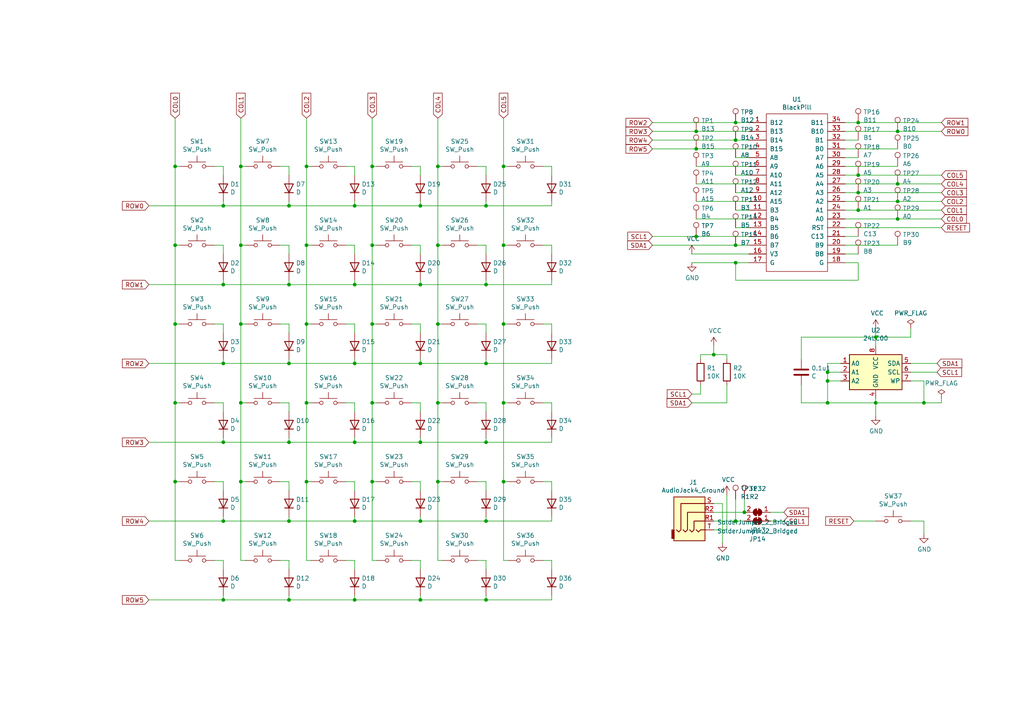
<source format=kicad_sch>
(kicad_sch (version 20230121) (generator eeschema)
  (paper "A4")
  (junction (at 102.87 105.41))
  (junction (at 121.92 173.99))
  (junction (at 146.05 116.84))
  (junction (at 88.9 116.84))
  (junction (at 102.87 82.55))
  (junction (at 69.85 71.12))
  (junction (at 146.05 139.7))
  (junction (at 88.9 139.7))
  (junction (at 83.82 82.55))
  (junction (at 213.36 40.64))
  (junction (at 260.35 63.5))
  (junction (at 64.77 173.99))
  (junction (at 50.8 139.7))
  (junction (at 260.35 58.42))
  (junction (at 121.92 59.69))
  (junction (at 260.35 38.1))
  (junction (at 64.77 59.69))
  (junction (at 83.82 151.13))
  (junction (at 248.92 35.56))
  (junction (at 248.92 50.8))
  (junction (at 213.36 76.2))
  (junction (at 127 116.84))
  (junction (at 140.97 82.55))
  (junction (at 201.93 68.58))
  (junction (at 140.97 105.41))
  (junction (at 88.9 48.26))
  (junction (at 50.8 93.98))
  (junction (at 50.8 71.12))
  (junction (at 83.82 128.27))
  (junction (at 254 116.84))
  (junction (at 64.77 151.13))
  (junction (at 240.03 107.95))
  (junction (at 69.85 139.7))
  (junction (at 121.92 128.27))
  (junction (at 207.01 102.87))
  (junction (at 146.05 93.98))
  (junction (at 201.93 38.1))
  (junction (at 127 48.26))
  (junction (at 140.97 151.13))
  (junction (at 140.97 173.99))
  (junction (at 146.05 71.12))
  (junction (at 107.95 139.7))
  (junction (at 140.97 128.27))
  (junction (at 240.03 116.84))
  (junction (at 64.77 82.55))
  (junction (at 127 139.7))
  (junction (at 50.8 116.84))
  (junction (at 107.95 71.12))
  (junction (at 127 93.98))
  (junction (at 107.95 48.26))
  (junction (at 260.35 53.34))
  (junction (at 102.87 151.13))
  (junction (at 107.95 116.84))
  (junction (at 83.82 173.99))
  (junction (at 248.92 55.88))
  (junction (at 107.95 93.98))
  (junction (at 254 97.79))
  (junction (at 88.9 93.98))
  (junction (at 88.9 71.12))
  (junction (at 215.9 148.59))
  (junction (at 50.8 48.26))
  (junction (at 213.36 71.12))
  (junction (at 121.92 82.55))
  (junction (at 102.87 59.69))
  (junction (at 140.97 59.69))
  (junction (at 121.92 151.13))
  (junction (at 69.85 116.84))
  (junction (at 102.87 128.27))
  (junction (at 240.03 110.49))
  (junction (at 267.97 116.84))
  (junction (at 146.05 48.26))
  (junction (at 213.36 151.13))
  (junction (at 201.93 43.18))
  (junction (at 69.85 48.26))
  (junction (at 69.85 93.98))
  (junction (at 127 71.12))
  (junction (at 248.92 60.96))
  (junction (at 213.36 35.56))
  (junction (at 64.77 105.41))
  (junction (at 121.92 105.41))
  (junction (at 83.82 105.41))
  (junction (at 102.87 173.99))
  (junction (at 64.77 128.27))
  (junction (at 83.82 59.69))
  (wire (pts (xy 100.33 162.56) (xy 102.87 162.56)))
  (wire (pts (xy 240.03 110.49) (xy 240.03 116.84)))
  (wire (pts (xy 83.82 59.69) (xy 102.87 59.69)))
  (wire (pts (xy 127 139.7) (xy 127 162.56)))
  (wire (pts (xy 121.92 82.55) (xy 140.97 82.55)))
  (wire (pts (xy 209.55 146.05) (xy 209.55 157.48)))
  (wire (pts (xy 189.23 43.18) (xy 201.93 43.18)))
  (wire (pts (xy 64.77 59.69) (xy 64.77 58.42)))
  (wire (pts (xy 69.85 93.98) (xy 69.85 116.84)))
  (wire (pts (xy 50.8 116.84) (xy 50.8 139.7)))
  (wire (pts (xy 160.02 48.26) (xy 160.02 50.8)))
  (wire (pts (xy 157.48 162.56) (xy 160.02 162.56)))
  (wire (pts (xy 83.82 173.99) (xy 83.82 172.72)))
  (wire (pts (xy 245.11 45.72) (xy 248.92 45.72)))
  (wire (pts (xy 83.82 93.98) (xy 83.82 96.52)))
  (wire (pts (xy 213.36 151.13) (xy 215.9 151.13)))
  (wire (pts (xy 121.92 128.27) (xy 121.92 127)))
  (wire (pts (xy 121.92 105.41) (xy 140.97 105.41)))
  (wire (pts (xy 100.33 71.12) (xy 102.87 71.12)))
  (wire (pts (xy 140.97 128.27) (xy 160.02 128.27)))
  (wire (pts (xy 64.77 139.7) (xy 64.77 142.24)))
  (wire (pts (xy 69.85 71.12) (xy 71.12 71.12)))
  (wire (pts (xy 245.11 66.04) (xy 273.05 66.04)))
  (wire (pts (xy 213.36 50.8) (xy 217.17 50.8)))
  (wire (pts (xy 102.87 173.99) (xy 102.87 172.72)))
  (wire (pts (xy 146.05 34.29) (xy 146.05 48.26)))
  (wire (pts (xy 189.23 68.58) (xy 201.93 68.58)))
  (wire (pts (xy 50.8 71.12) (xy 52.07 71.12)))
  (wire (pts (xy 146.05 139.7) (xy 146.05 162.56)))
  (wire (pts (xy 273.05 116.84) (xy 267.97 116.84)))
  (wire (pts (xy 210.82 102.87) (xy 210.82 104.14)))
  (wire (pts (xy 69.85 34.29) (xy 69.85 48.26)))
  (wire (pts (xy 64.77 128.27) (xy 64.77 127)))
  (wire (pts (xy 210.82 153.67) (xy 210.82 143.51)))
  (wire (pts (xy 102.87 139.7) (xy 102.87 142.24)))
  (wire (pts (xy 160.02 128.27) (xy 160.02 127)))
  (wire (pts (xy 102.87 105.41) (xy 121.92 105.41)))
  (wire (pts (xy 264.16 95.25) (xy 264.16 97.79)))
  (wire (pts (xy 107.95 48.26) (xy 107.95 71.12)))
  (wire (pts (xy 240.03 107.95) (xy 243.84 107.95)))
  (wire (pts (xy 83.82 82.55) (xy 102.87 82.55)))
  (wire (pts (xy 243.84 105.41) (xy 240.03 105.41)))
  (wire (pts (xy 83.82 139.7) (xy 83.82 142.24)))
  (wire (pts (xy 50.8 93.98) (xy 50.8 116.84)))
  (wire (pts (xy 83.82 105.41) (xy 83.82 104.14)))
  (wire (pts (xy 210.82 116.84) (xy 210.82 111.76)))
  (wire (pts (xy 50.8 116.84) (xy 52.07 116.84)))
  (wire (pts (xy 254 97.79) (xy 254 100.33)))
  (wire (pts (xy 88.9 34.29) (xy 88.9 48.26)))
  (wire (pts (xy 107.95 34.29) (xy 107.95 48.26)))
  (wire (pts (xy 267.97 151.13) (xy 267.97 154.94)))
  (wire (pts (xy 260.35 63.5) (xy 273.05 63.5)))
  (wire (pts (xy 121.92 116.84) (xy 121.92 119.38)))
  (wire (pts (xy 127 71.12) (xy 127 93.98)))
  (wire (pts (xy 146.05 162.56) (xy 147.32 162.56)))
  (wire (pts (xy 62.23 93.98) (xy 64.77 93.98)))
  (wire (pts (xy 107.95 139.7) (xy 107.95 162.56)))
  (wire (pts (xy 64.77 48.26) (xy 64.77 50.8)))
  (wire (pts (xy 254 116.84) (xy 254 120.65)))
  (wire (pts (xy 240.03 105.41) (xy 240.03 107.95)))
  (wire (pts (xy 64.77 173.99) (xy 64.77 172.72)))
  (wire (pts (xy 213.36 66.04) (xy 217.17 66.04)))
  (wire (pts (xy 88.9 162.56) (xy 90.17 162.56)))
  (wire (pts (xy 140.97 173.99) (xy 160.02 173.99)))
  (wire (pts (xy 245.11 53.34) (xy 260.35 53.34)))
  (wire (pts (xy 64.77 105.41) (xy 64.77 104.14)))
  (wire (pts (xy 102.87 71.12) (xy 102.87 73.66)))
  (wire (pts (xy 189.23 35.56) (xy 213.36 35.56)))
  (wire (pts (xy 213.36 45.72) (xy 217.17 45.72)))
  (wire (pts (xy 160.02 59.69) (xy 160.02 58.42)))
  (wire (pts (xy 88.9 116.84) (xy 88.9 139.7)))
  (wire (pts (xy 83.82 151.13) (xy 83.82 149.86)))
  (wire (pts (xy 217.17 71.12) (xy 213.36 71.12)))
  (wire (pts (xy 213.36 60.96) (xy 217.17 60.96)))
  (wire (pts (xy 207.01 151.13) (xy 213.36 151.13)))
  (wire (pts (xy 88.9 71.12) (xy 90.17 71.12)))
  (wire (pts (xy 107.95 71.12) (xy 107.95 93.98)))
  (wire (pts (xy 146.05 93.98) (xy 147.32 93.98)))
  (wire (pts (xy 232.41 97.79) (xy 254 97.79)))
  (wire (pts (xy 138.43 139.7) (xy 140.97 139.7)))
  (wire (pts (xy 64.77 162.56) (xy 64.77 165.1)))
  (wire (pts (xy 50.8 139.7) (xy 52.07 139.7)))
  (wire (pts (xy 245.11 43.18) (xy 260.35 43.18)))
  (wire (pts (xy 201.93 63.5) (xy 217.17 63.5)))
  (wire (pts (xy 121.92 139.7) (xy 121.92 142.24)))
  (wire (pts (xy 245.11 35.56) (xy 248.92 35.56)))
  (wire (pts (xy 50.8 48.26) (xy 50.8 71.12)))
  (wire (pts (xy 102.87 128.27) (xy 121.92 128.27)))
  (wire (pts (xy 201.93 53.34) (xy 217.17 53.34)))
  (wire (pts (xy 146.05 93.98) (xy 146.05 116.84)))
  (wire (pts (xy 119.38 48.26) (xy 121.92 48.26)))
  (wire (pts (xy 157.48 48.26) (xy 160.02 48.26)))
  (wire (pts (xy 88.9 93.98) (xy 90.17 93.98)))
  (wire (pts (xy 245.11 50.8) (xy 248.92 50.8)))
  (wire (pts (xy 245.11 58.42) (xy 260.35 58.42)))
  (wire (pts (xy 81.28 116.84) (xy 83.82 116.84)))
  (wire (pts (xy 248.92 60.96) (xy 273.05 60.96)))
  (wire (pts (xy 121.92 162.56) (xy 121.92 165.1)))
  (wire (pts (xy 88.9 48.26) (xy 90.17 48.26)))
  (wire (pts (xy 245.11 73.66) (xy 248.92 73.66)))
  (wire (pts (xy 43.18 82.55) (xy 64.77 82.55)))
  (wire (pts (xy 121.92 128.27) (xy 140.97 128.27)))
  (wire (pts (xy 240.03 107.95) (xy 240.03 110.49)))
  (wire (pts (xy 64.77 105.41) (xy 83.82 105.41)))
  (wire (pts (xy 64.77 82.55) (xy 83.82 82.55)))
  (wire (pts (xy 138.43 116.84) (xy 140.97 116.84)))
  (wire (pts (xy 254 116.84) (xy 267.97 116.84)))
  (wire (pts (xy 264.16 107.95) (xy 271.78 107.95)))
  (wire (pts (xy 107.95 93.98) (xy 109.22 93.98)))
  (wire (pts (xy 119.38 71.12) (xy 121.92 71.12)))
  (wire (pts (xy 140.97 59.69) (xy 140.97 58.42)))
  (wire (pts (xy 140.97 116.84) (xy 140.97 119.38)))
  (wire (pts (xy 140.97 59.69) (xy 160.02 59.69)))
  (wire (pts (xy 121.92 48.26) (xy 121.92 50.8)))
  (wire (pts (xy 127 162.56) (xy 128.27 162.56)))
  (wire (pts (xy 127 139.7) (xy 128.27 139.7)))
  (wire (pts (xy 100.33 139.7) (xy 102.87 139.7)))
  (wire (pts (xy 83.82 48.26) (xy 83.82 50.8)))
  (wire (pts (xy 83.82 82.55) (xy 83.82 81.28)))
  (wire (pts (xy 140.97 105.41) (xy 160.02 105.41)))
  (wire (pts (xy 146.05 116.84) (xy 146.05 139.7)))
  (wire (pts (xy 157.48 93.98) (xy 160.02 93.98)))
  (wire (pts (xy 64.77 59.69) (xy 83.82 59.69)))
  (wire (pts (xy 140.97 151.13) (xy 140.97 149.86)))
  (wire (pts (xy 81.28 48.26) (xy 83.82 48.26)))
  (wire (pts (xy 69.85 139.7) (xy 69.85 162.56)))
  (wire (pts (xy 254 115.57) (xy 254 116.84)))
  (wire (pts (xy 107.95 139.7) (xy 109.22 139.7)))
  (wire (pts (xy 245.11 71.12) (xy 260.35 71.12)))
  (wire (pts (xy 43.18 105.41) (xy 64.77 105.41)))
  (wire (pts (xy 245.11 68.58) (xy 248.92 68.58)))
  (wire (pts (xy 64.77 71.12) (xy 64.77 73.66)))
  (wire (pts (xy 267.97 116.84) (xy 267.97 110.49)))
  (wire (pts (xy 43.18 151.13) (xy 64.77 151.13)))
  (wire (pts (xy 102.87 151.13) (xy 102.87 149.86)))
  (wire (pts (xy 146.05 48.26) (xy 147.32 48.26)))
  (wire (pts (xy 207.01 148.59) (xy 215.9 148.59)))
  (wire (pts (xy 189.23 71.12) (xy 213.36 71.12)))
  (wire (pts (xy 88.9 93.98) (xy 88.9 116.84)))
  (wire (pts (xy 201.93 38.1) (xy 217.17 38.1)))
  (wire (pts (xy 245.11 63.5) (xy 260.35 63.5)))
  (wire (pts (xy 69.85 116.84) (xy 71.12 116.84)))
  (wire (pts (xy 50.8 34.29) (xy 50.8 48.26)))
  (wire (pts (xy 83.82 128.27) (xy 83.82 127)))
  (wire (pts (xy 64.77 151.13) (xy 64.77 149.86)))
  (wire (pts (xy 88.9 139.7) (xy 90.17 139.7)))
  (wire (pts (xy 213.36 40.64) (xy 217.17 40.64)))
  (wire (pts (xy 43.18 59.69) (xy 64.77 59.69)))
  (wire (pts (xy 107.95 48.26) (xy 109.22 48.26)))
  (wire (pts (xy 245.11 40.64) (xy 248.92 40.64)))
  (wire (pts (xy 64.77 173.99) (xy 83.82 173.99)))
  (wire (pts (xy 160.02 151.13) (xy 160.02 149.86)))
  (wire (pts (xy 160.02 105.41) (xy 160.02 104.14)))
  (wire (pts (xy 64.77 128.27) (xy 83.82 128.27)))
  (wire (pts (xy 121.92 93.98) (xy 121.92 96.52)))
  (wire (pts (xy 207.01 153.67) (xy 210.82 153.67)))
  (wire (pts (xy 69.85 71.12) (xy 69.85 93.98)))
  (wire (pts (xy 245.11 60.96) (xy 248.92 60.96)))
  (wire (pts (xy 140.97 71.12) (xy 140.97 73.66)))
  (wire (pts (xy 140.97 82.55) (xy 140.97 81.28)))
  (wire (pts (xy 81.28 139.7) (xy 83.82 139.7)))
  (wire (pts (xy 100.33 93.98) (xy 102.87 93.98)))
  (wire (pts (xy 88.9 139.7) (xy 88.9 162.56)))
  (wire (pts (xy 83.82 105.41) (xy 102.87 105.41)))
  (wire (pts (xy 102.87 48.26) (xy 102.87 50.8)))
  (wire (pts (xy 160.02 82.55) (xy 160.02 81.28)))
  (wire (pts (xy 160.02 71.12) (xy 160.02 73.66)))
  (wire (pts (xy 43.18 173.99) (xy 64.77 173.99)))
  (wire (pts (xy 64.77 151.13) (xy 83.82 151.13)))
  (wire (pts (xy 254 95.25) (xy 254 97.79)))
  (wire (pts (xy 107.95 116.84) (xy 107.95 139.7)))
  (wire (pts (xy 146.05 116.84) (xy 147.32 116.84)))
  (wire (pts (xy 140.97 162.56) (xy 140.97 165.1)))
  (wire (pts (xy 248.92 55.88) (xy 273.05 55.88)))
  (wire (pts (xy 223.52 148.59) (xy 227.33 148.59)))
  (wire (pts (xy 69.85 48.26) (xy 69.85 71.12)))
  (wire (pts (xy 102.87 151.13) (xy 121.92 151.13)))
  (wire (pts (xy 127 116.84) (xy 127 139.7)))
  (wire (pts (xy 200.66 114.3) (xy 203.2 114.3)))
  (wire (pts (xy 247.65 151.13) (xy 254 151.13)))
  (wire (pts (xy 138.43 71.12) (xy 140.97 71.12)))
  (wire (pts (xy 140.97 151.13) (xy 160.02 151.13)))
  (wire (pts (xy 127 93.98) (xy 128.27 93.98)))
  (wire (pts (xy 160.02 139.7) (xy 160.02 142.24)))
  (wire (pts (xy 160.02 162.56) (xy 160.02 165.1)))
  (wire (pts (xy 69.85 116.84) (xy 69.85 139.7)))
  (wire (pts (xy 69.85 93.98) (xy 71.12 93.98)))
  (wire (pts (xy 232.41 116.84) (xy 240.03 116.84)))
  (wire (pts (xy 83.82 173.99) (xy 102.87 173.99)))
  (wire (pts (xy 62.23 71.12) (xy 64.77 71.12)))
  (wire (pts (xy 207.01 146.05) (xy 209.55 146.05)))
  (wire (pts (xy 121.92 105.41) (xy 121.92 104.14)))
  (wire (pts (xy 50.8 162.56) (xy 52.07 162.56)))
  (wire (pts (xy 223.52 151.13) (xy 227.33 151.13)))
  (wire (pts (xy 62.23 48.26) (xy 64.77 48.26)))
  (wire (pts (xy 260.35 38.1) (xy 273.05 38.1)))
  (wire (pts (xy 121.92 173.99) (xy 121.92 172.72)))
  (wire (pts (xy 200.66 116.84) (xy 210.82 116.84)))
  (wire (pts (xy 138.43 48.26) (xy 140.97 48.26)))
  (wire (pts (xy 107.95 116.84) (xy 109.22 116.84)))
  (wire (pts (xy 121.92 173.99) (xy 140.97 173.99)))
  (wire (pts (xy 127 116.84) (xy 128.27 116.84)))
  (wire (pts (xy 248.92 35.56) (xy 273.05 35.56)))
  (wire (pts (xy 102.87 128.27) (xy 102.87 127)))
  (wire (pts (xy 121.92 71.12) (xy 121.92 73.66)))
  (wire (pts (xy 83.82 151.13) (xy 102.87 151.13)))
  (wire (pts (xy 138.43 162.56) (xy 140.97 162.56)))
  (wire (pts (xy 127 71.12) (xy 128.27 71.12)))
  (wire (pts (xy 83.82 116.84) (xy 83.82 119.38)))
  (wire (pts (xy 107.95 162.56) (xy 109.22 162.56)))
  (wire (pts (xy 157.48 139.7) (xy 160.02 139.7)))
  (wire (pts (xy 119.38 162.56) (xy 121.92 162.56)))
  (wire (pts (xy 160.02 93.98) (xy 160.02 96.52)))
  (wire (pts (xy 50.8 48.26) (xy 52.07 48.26)))
  (wire (pts (xy 121.92 82.55) (xy 121.92 81.28)))
  (wire (pts (xy 88.9 71.12) (xy 88.9 93.98)))
  (wire (pts (xy 88.9 116.84) (xy 90.17 116.84)))
  (wire (pts (xy 64.77 82.55) (xy 64.77 81.28)))
  (wire (pts (xy 83.82 71.12) (xy 83.82 73.66)))
  (wire (pts (xy 140.97 105.41) (xy 140.97 104.14)))
  (wire (pts (xy 102.87 173.99) (xy 121.92 173.99)))
  (wire (pts (xy 201.93 58.42) (xy 217.17 58.42)))
  (wire (pts (xy 203.2 114.3) (xy 203.2 111.76)))
  (wire (pts (xy 213.36 76.2) (xy 217.17 76.2)))
  (wire (pts (xy 201.93 43.18) (xy 217.17 43.18)))
  (wire (pts (xy 127 48.26) (xy 128.27 48.26)))
  (wire (pts (xy 81.28 162.56) (xy 83.82 162.56)))
  (wire (pts (xy 102.87 162.56) (xy 102.87 165.1)))
  (wire (pts (xy 102.87 93.98) (xy 102.87 96.52)))
  (wire (pts (xy 50.8 71.12) (xy 50.8 93.98)))
  (wire (pts (xy 140.97 139.7) (xy 140.97 142.24)))
  (wire (pts (xy 50.8 93.98) (xy 52.07 93.98)))
  (wire (pts (xy 273.05 115.57) (xy 273.05 116.84)))
  (wire (pts (xy 260.35 58.42) (xy 273.05 58.42)))
  (wire (pts (xy 83.82 162.56) (xy 83.82 165.1)))
  (wire (pts (xy 127 34.29) (xy 127 48.26)))
  (wire (pts (xy 157.48 116.84) (xy 160.02 116.84)))
  (wire (pts (xy 102.87 82.55) (xy 102.87 81.28)))
  (wire (pts (xy 138.43 93.98) (xy 140.97 93.98)))
  (wire (pts (xy 121.92 59.69) (xy 140.97 59.69)))
  (wire (pts (xy 102.87 116.84) (xy 102.87 119.38)))
  (wire (pts (xy 245.11 48.26) (xy 260.35 48.26)))
  (wire (pts (xy 189.23 38.1) (xy 201.93 38.1)))
  (wire (pts (xy 102.87 105.41) (xy 102.87 104.14)))
  (wire (pts (xy 213.36 35.56) (xy 217.17 35.56)))
  (wire (pts (xy 203.2 102.87) (xy 207.01 102.87)))
  (wire (pts (xy 200.66 73.66) (xy 217.17 73.66)))
  (wire (pts (xy 140.97 173.99) (xy 140.97 172.72)))
  (wire (pts (xy 267.97 110.49) (xy 264.16 110.49)))
  (wire (pts (xy 248.92 50.8) (xy 273.05 50.8)))
  (wire (pts (xy 146.05 71.12) (xy 147.32 71.12)))
  (wire (pts (xy 62.23 162.56) (xy 64.77 162.56)))
  (wire (pts (xy 50.8 139.7) (xy 50.8 162.56)))
  (wire (pts (xy 102.87 59.69) (xy 121.92 59.69)))
  (wire (pts (xy 62.23 139.7) (xy 64.77 139.7)))
  (wire (pts (xy 140.97 128.27) (xy 140.97 127)))
  (wire (pts (xy 140.97 48.26) (xy 140.97 50.8)))
  (wire (pts (xy 88.9 48.26) (xy 88.9 71.12)))
  (wire (pts (xy 248.92 81.28) (xy 248.92 76.2)))
  (wire (pts (xy 245.11 38.1) (xy 260.35 38.1)))
  (wire (pts (xy 157.48 71.12) (xy 160.02 71.12)))
  (wire (pts (xy 140.97 93.98) (xy 140.97 96.52)))
  (wire (pts (xy 121.92 59.69) (xy 121.92 58.42)))
  (wire (pts (xy 146.05 71.12) (xy 146.05 93.98)))
  (wire (pts (xy 119.38 116.84) (xy 121.92 116.84)))
  (wire (pts (xy 83.82 59.69) (xy 83.82 58.42)))
  (wire (pts (xy 64.77 116.84) (xy 64.77 119.38)))
  (wire (pts (xy 102.87 59.69) (xy 102.87 58.42)))
  (wire (pts (xy 245.11 55.88) (xy 248.92 55.88)))
  (wire (pts (xy 81.28 71.12) (xy 83.82 71.12)))
  (wire (pts (xy 107.95 71.12) (xy 109.22 71.12)))
  (wire (pts (xy 240.03 110.49) (xy 243.84 110.49)))
  (wire (pts (xy 203.2 104.14) (xy 203.2 102.87)))
  (wire (pts (xy 264.16 105.41) (xy 271.78 105.41)))
  (wire (pts (xy 146.05 48.26) (xy 146.05 71.12)))
  (wire (pts (xy 121.92 151.13) (xy 121.92 149.86)))
  (wire (pts (xy 232.41 104.14) (xy 232.41 97.79)))
  (wire (pts (xy 213.36 55.88) (xy 217.17 55.88)))
  (wire (pts (xy 213.36 76.2) (xy 213.36 81.28)))
  (wire (pts (xy 64.77 93.98) (xy 64.77 96.52)))
  (wire (pts (xy 102.87 82.55) (xy 121.92 82.55)))
  (wire (pts (xy 264.16 97.79) (xy 254 97.79)))
  (wire (pts (xy 207.01 100.33) (xy 207.01 102.87)))
  (wire (pts (xy 43.18 128.27) (xy 64.77 128.27)))
  (wire (pts (xy 119.38 139.7) (xy 121.92 139.7)))
  (wire (pts (xy 240.03 116.84) (xy 254 116.84)))
  (wire (pts (xy 140.97 82.55) (xy 160.02 82.55)))
  (wire (pts (xy 62.23 116.84) (xy 64.77 116.84)))
  (wire (pts (xy 100.33 116.84) (xy 102.87 116.84)))
  (wire (pts (xy 248.92 76.2) (xy 245.11 76.2)))
  (wire (pts (xy 213.36 144.78) (xy 213.36 151.13)))
  (wire (pts (xy 189.23 40.64) (xy 213.36 40.64)))
  (wire (pts (xy 83.82 128.27) (xy 102.87 128.27)))
  (wire (pts (xy 81.28 93.98) (xy 83.82 93.98)))
  (wire (pts (xy 232.41 111.76) (xy 232.41 116.84)))
  (wire (pts (xy 69.85 139.7) (xy 71.12 139.7)))
  (wire (pts (xy 201.93 68.58) (xy 217.17 68.58)))
  (wire (pts (xy 160.02 116.84) (xy 160.02 119.38)))
  (wire (pts (xy 207.01 102.87) (xy 210.82 102.87)))
  (wire (pts (xy 69.85 162.56) (xy 71.12 162.56)))
  (wire (pts (xy 260.35 53.34) (xy 273.05 53.34)))
  (wire (pts (xy 119.38 93.98) (xy 121.92 93.98)))
  (wire (pts (xy 127 93.98) (xy 127 116.84)))
  (wire (pts (xy 146.05 139.7) (xy 147.32 139.7)))
  (wire (pts (xy 127 48.26) (xy 127 71.12)))
  (wire (pts (xy 69.85 48.26) (xy 71.12 48.26)))
  (wire (pts (xy 213.36 81.28) (xy 248.92 81.28)))
  (wire (pts (xy 215.9 144.78) (xy 215.9 148.59)))
  (wire (pts (xy 160.02 173.99) (xy 160.02 172.72)))
  (wire (pts (xy 264.16 151.13) (xy 267.97 151.13)))
  (wire (pts (xy 100.33 48.26) (xy 102.87 48.26)))
  (wire (pts (xy 201.93 48.26) (xy 217.17 48.26)))
  (wire (pts (xy 200.66 76.2) (xy 213.36 76.2)))
  (wire (pts (xy 107.95 93.98) (xy 107.95 116.84)))
  (wire (pts (xy 121.92 151.13) (xy 140.97 151.13)))
  (global_label "SCL1" (shape input) (at 227.33 151.13 0) (property "Intersheetrefs" "${INTERSHEET_REFS}" (effects hide)))
  (global_label "ROW2" (shape input) (at 189.23 35.56 180) (property "Intersheetrefs" "${INTERSHEET_REFS}" (effects hide)))
  (global_label "ROW2" (shape input) (at 43.18 105.41 180) (property "Intersheetrefs" "${INTERSHEET_REFS}" (effects hide)))
  (global_label "RESET" (shape input) (at 247.65 151.13 180) (property "Intersheetrefs" "${INTERSHEET_REFS}" (effects hide)))
  (global_label "SDA1" (shape input) (at 271.78 105.41 0) (property "Intersheetrefs" "${INTERSHEET_REFS}" (effects hide)))
  (global_label "ROW4" (shape input) (at 43.18 151.13 180) (property "Intersheetrefs" "${INTERSHEET_REFS}" (effects hide)))
  (global_label "ROW1" (shape input) (at 273.05 35.56 0) (property "Intersheetrefs" "${INTERSHEET_REFS}" (effects hide)))
  (global_label "ROW4" (shape input) (at 189.23 40.64 180) (property "Intersheetrefs" "${INTERSHEET_REFS}" (effects hide)))
  (global_label "ROW3" (shape input) (at 43.18 128.27 180) (property "Intersheetrefs" "${INTERSHEET_REFS}" (effects hide)))
  (global_label "ROW5" (shape input) (at 189.23 43.18 180) (property "Intersheetrefs" "${INTERSHEET_REFS}" (effects hide)))
  (global_label "SCL1" (shape input) (at 189.23 68.58 180) (property "Intersheetrefs" "${INTERSHEET_REFS}" (effects hide)))
  (global_label "COL3" (shape input) (at 107.95 34.29 90) (property "Intersheetrefs" "${INTERSHEET_REFS}" (effects hide)))
  (global_label "SDA1" (shape input) (at 227.33 148.59 0) (property "Intersheetrefs" "${INTERSHEET_REFS}" (effects hide)))
  (global_label "COL0" (shape input) (at 50.8 34.29 90) (property "Intersheetrefs" "${INTERSHEET_REFS}" (effects hide)))
  (global_label "COL3" (shape input) (at 273.05 55.88 0) (property "Intersheetrefs" "${INTERSHEET_REFS}" (effects hide)))
  (global_label "ROW3" (shape input) (at 189.23 38.1 180) (property "Intersheetrefs" "${INTERSHEET_REFS}" (effects hide)))
  (global_label "ROW1" (shape input) (at 43.18 82.55 180) (property "Intersheetrefs" "${INTERSHEET_REFS}" (effects hide)))
  (global_label "ROW0" (shape input) (at 43.18 59.69 180) (property "Intersheetrefs" "${INTERSHEET_REFS}" (effects hide)))
  (global_label "COL4" (shape input) (at 127 34.29 90) (property "Intersheetrefs" "${INTERSHEET_REFS}" (effects hide)))
  (global_label "RESET" (shape input) (at 273.05 66.04 0) (property "Intersheetrefs" "${INTERSHEET_REFS}" (effects hide)))
  (global_label "SCL1" (shape input) (at 271.78 107.95 0) (property "Intersheetrefs" "${INTERSHEET_REFS}" (effects hide)))
  (global_label "ROW0" (shape input) (at 273.05 38.1 0) (property "Intersheetrefs" "${INTERSHEET_REFS}" (effects hide)))
  (global_label "COL4" (shape input) (at 273.05 53.34 0) (property "Intersheetrefs" "${INTERSHEET_REFS}" (effects hide)))
  (global_label "COL0" (shape input) (at 273.05 63.5 0) (property "Intersheetrefs" "${INTERSHEET_REFS}" (effects hide)))
  (global_label "COL2" (shape input) (at 88.9 34.29 90) (property "Intersheetrefs" "${INTERSHEET_REFS}" (effects hide)))
  (global_label "COL2" (shape input) (at 273.05 58.42 0) (property "Intersheetrefs" "${INTERSHEET_REFS}" (effects hide)))
  (global_label "COL1" (shape input) (at 273.05 60.96 0) (property "Intersheetrefs" "${INTERSHEET_REFS}" (effects hide)))
  (global_label "SDA1" (shape input) (at 189.23 71.12 180) (property "Intersheetrefs" "${INTERSHEET_REFS}" (effects hide)))
  (global_label "SCL1" (shape input) (at 200.66 114.3 180) (property "Intersheetrefs" "${INTERSHEET_REFS}" (effects hide)))
  (global_label "COL5" (shape input) (at 273.05 50.8 0) (property "Intersheetrefs" "${INTERSHEET_REFS}" (effects hide)))
  (global_label "SDA1" (shape input) (at 200.66 116.84 180) (property "Intersheetrefs" "${INTERSHEET_REFS}" (effects hide)))
  (global_label "COL1" (shape input) (at 69.85 34.29 90) (property "Intersheetrefs" "${INTERSHEET_REFS}" (effects hide)))
  (global_label "ROW5" (shape input) (at 43.18 173.99 180) (property "Intersheetrefs" "${INTERSHEET_REFS}" (effects hide)))
  (global_label "COL5" (shape input) (at 146.05 34.29 90) (property "Intersheetrefs" "${INTERSHEET_REFS}" (effects hide)))
  (symbol (lib_id "pillcase36-rescue:BlackPill-pillcase36") (at 231.14 55.88 0) (unit 1)
    (property "Reference" "U1" (at 231.14 28.829 0))
    (property "Value" "BlackPill" (at 231.14 31.1404 0))
    (property "Footprint" "pillcase36:BlackPill" (effects hide))
  )
  (symbol (lib_id "Switch:SW_Push") (at 57.15 48.26 0) (unit 1)
    (property "Reference" "SW1" (at 57.15 41.021 0))
    (property "Value" "SW_Push" (at 57.15 43.3324 0))
    (property "Footprint" "pillcase36:key_switch_mx" (effects hide))
  )
  (symbol (lib_id "Device:D") (at 64.77 54.61 90) (unit 1)
    (property "Reference" "D1" (at 66.7766 53.4416 90) (effects (justify right)))
    (property "Value" "D" (at 66.7766 55.753 90) (effects (justify right)))
    (property "Footprint" "pillcase36:Diode_SMD_THT_N" (effects hide))
  )
  (symbol (lib_id "Switch:SW_Push") (at 76.2 48.26 0) (unit 1)
    (property "Reference" "SW7" (at 76.2 41.021 0))
    (property "Value" "SW_Push" (at 76.2 43.3324 0))
    (property "Footprint" "pillcase36:key_switch_mx" (effects hide))
  )
  (symbol (lib_id "Device:D") (at 83.82 54.61 90) (unit 1)
    (property "Reference" "D7" (at 85.8266 53.4416 90) (effects (justify right)))
    (property "Value" "D" (at 85.8266 55.753 90) (effects (justify right)))
    (property "Footprint" "pillcase36:Diode_SMD_THT_N" (effects hide))
  )
  (symbol (lib_id "Switch:SW_Push") (at 95.25 48.26 0) (unit 1)
    (property "Reference" "SW13" (at 95.25 41.021 0))
    (property "Value" "SW_Push" (at 95.25 43.3324 0))
    (property "Footprint" "pillcase36:key_switch_mx" (effects hide))
  )
  (symbol (lib_id "Device:D") (at 102.87 54.61 90) (unit 1)
    (property "Reference" "D13" (at 104.8766 53.4416 90) (effects (justify right)))
    (property "Value" "D" (at 104.8766 55.753 90) (effects (justify right)))
    (property "Footprint" "pillcase36:Diode_SMD_THT_N" (effects hide))
  )
  (symbol (lib_id "Switch:SW_Push") (at 114.3 48.26 0) (unit 1)
    (property "Reference" "SW19" (at 114.3 41.021 0))
    (property "Value" "SW_Push" (at 114.3 43.3324 0))
    (property "Footprint" "pillcase36:key_switch_mx" (effects hide))
  )
  (symbol (lib_id "Device:D") (at 121.92 54.61 90) (unit 1)
    (property "Reference" "D19" (at 123.9266 53.4416 90) (effects (justify right)))
    (property "Value" "D" (at 123.9266 55.753 90) (effects (justify right)))
    (property "Footprint" "pillcase36:Diode_SMD_THT_N" (effects hide))
  )
  (symbol (lib_id "Switch:SW_Push") (at 133.35 48.26 0) (unit 1)
    (property "Reference" "SW25" (at 133.35 41.021 0))
    (property "Value" "SW_Push" (at 133.35 43.3324 0))
    (property "Footprint" "pillcase36:key_switch_mx" (effects hide))
  )
  (symbol (lib_id "Device:D") (at 140.97 54.61 90) (unit 1)
    (property "Reference" "D25" (at 142.9766 53.4416 90) (effects (justify right)))
    (property "Value" "D" (at 142.9766 55.753 90) (effects (justify right)))
    (property "Footprint" "pillcase36:Diode_SMD_THT_N" (effects hide))
  )
  (symbol (lib_id "Switch:SW_Push") (at 152.4 48.26 0) (unit 1)
    (property "Reference" "SW31" (at 152.4 41.021 0))
    (property "Value" "SW_Push" (at 152.4 43.3324 0))
    (property "Footprint" "pillcase36:key_switch_mx" (effects hide))
  )
  (symbol (lib_id "Device:D") (at 160.02 54.61 90) (unit 1)
    (property "Reference" "D31" (at 162.0266 53.4416 90) (effects (justify right)))
    (property "Value" "D" (at 162.0266 55.753 90) (effects (justify right)))
    (property "Footprint" "pillcase36:Diode_SMD_THT_N" (effects hide))
  )
  (symbol (lib_id "Switch:SW_Push") (at 57.15 71.12 0) (unit 1)
    (property "Reference" "SW2" (at 57.15 63.881 0))
    (property "Value" "SW_Push" (at 57.15 66.1924 0))
    (property "Footprint" "pillcase36:key_switch_mx" (effects hide))
  )
  (symbol (lib_id "Device:D") (at 64.77 77.47 90) (unit 1)
    (property "Reference" "D2" (at 66.7766 76.3016 90) (effects (justify right)))
    (property "Value" "D" (at 66.7766 78.613 90) (effects (justify right)))
    (property "Footprint" "pillcase36:Diode_SMD_THT_N" (effects hide))
  )
  (symbol (lib_id "Switch:SW_Push") (at 76.2 71.12 0) (unit 1)
    (property "Reference" "SW8" (at 76.2 63.881 0))
    (property "Value" "SW_Push" (at 76.2 66.1924 0))
    (property "Footprint" "pillcase36:key_switch_mx" (effects hide))
  )
  (symbol (lib_id "Device:D") (at 83.82 77.47 90) (unit 1)
    (property "Reference" "D8" (at 85.8266 76.3016 90) (effects (justify right)))
    (property "Value" "D" (at 85.8266 78.613 90) (effects (justify right)))
    (property "Footprint" "pillcase36:Diode_SMD_THT_N" (effects hide))
  )
  (symbol (lib_id "Switch:SW_Push") (at 95.25 71.12 0) (unit 1)
    (property "Reference" "SW14" (at 95.25 63.881 0))
    (property "Value" "SW_Push" (at 95.25 66.1924 0))
    (property "Footprint" "pillcase36:key_switch_mx" (effects hide))
  )
  (symbol (lib_id "Device:D") (at 102.87 77.47 90) (unit 1)
    (property "Reference" "D14" (at 104.8766 76.3016 90) (effects (justify right)))
    (property "Value" "D" (at 104.8766 78.613 90) (effects (justify right)))
    (property "Footprint" "pillcase36:Diode_SMD_THT_N" (effects hide))
  )
  (symbol (lib_id "Switch:SW_Push") (at 114.3 71.12 0) (unit 1)
    (property "Reference" "SW20" (at 114.3 63.881 0))
    (property "Value" "SW_Push" (at 114.3 66.1924 0))
    (property "Footprint" "pillcase36:key_switch_mx" (effects hide))
  )
  (symbol (lib_id "Device:D") (at 121.92 77.47 90) (unit 1)
    (property "Reference" "D20" (at 123.9266 76.3016 90) (effects (justify right)))
    (property "Value" "D" (at 123.9266 78.613 90) (effects (justify right)))
    (property "Footprint" "pillcase36:Diode_SMD_THT_N" (effects hide))
  )
  (symbol (lib_id "Switch:SW_Push") (at 133.35 71.12 0) (unit 1)
    (property "Reference" "SW26" (at 133.35 63.881 0))
    (property "Value" "SW_Push" (at 133.35 66.1924 0))
    (property "Footprint" "pillcase36:key_switch_mx" (effects hide))
  )
  (symbol (lib_id "Device:D") (at 140.97 77.47 90) (unit 1)
    (property "Reference" "D26" (at 142.9766 76.3016 90) (effects (justify right)))
    (property "Value" "D" (at 142.9766 78.613 90) (effects (justify right)))
    (property "Footprint" "pillcase36:Diode_SMD_THT_N" (effects hide))
  )
  (symbol (lib_id "Switch:SW_Push") (at 152.4 71.12 0) (unit 1)
    (property "Reference" "SW32" (at 152.4 63.881 0))
    (property "Value" "SW_Push" (at 152.4 66.1924 0))
    (property "Footprint" "pillcase36:key_switch_mx" (effects hide))
  )
  (symbol (lib_id "Device:D") (at 160.02 77.47 90) (unit 1)
    (property "Reference" "D32" (at 162.0266 76.3016 90) (effects (justify right)))
    (property "Value" "D" (at 162.0266 78.613 90) (effects (justify right)))
    (property "Footprint" "pillcase36:Diode_SMD_THT_N" (effects hide))
  )
  (symbol (lib_id "power:PWR_FLAG") (at 264.16 95.25 0) (unit 1)
    (property "Reference" "#FLG0101" (effects hide))
    (property "Value" "PWR_FLAG" (at 264.16 90.8304 0))
  )
  (symbol (lib_id "power:PWR_FLAG") (at 273.05 115.57 0) (unit 1)
    (property "Reference" "#FLG0102" (effects hide))
    (property "Value" "PWR_FLAG" (at 273.05 111.1504 0))
  )
  (symbol (lib_id "Switch:SW_Push") (at 57.15 93.98 0) (unit 1)
    (property "Reference" "SW3" (at 57.15 86.741 0))
    (property "Value" "SW_Push" (at 57.15 89.0524 0))
    (property "Footprint" "pillcase36:key_switch_mx" (effects hide))
  )
  (symbol (lib_id "Device:D") (at 64.77 100.33 90) (unit 1)
    (property "Reference" "D3" (at 66.7766 99.1616 90) (effects (justify right)))
    (property "Value" "D" (at 66.7766 101.473 90) (effects (justify right)))
    (property "Footprint" "pillcase36:Diode_SMD_THT_N" (effects hide))
  )
  (symbol (lib_id "Switch:SW_Push") (at 76.2 93.98 0) (unit 1)
    (property "Reference" "SW9" (at 76.2 86.741 0))
    (property "Value" "SW_Push" (at 76.2 89.0524 0))
    (property "Footprint" "pillcase36:key_switch_mx" (effects hide))
  )
  (symbol (lib_id "Device:D") (at 83.82 100.33 90) (unit 1)
    (property "Reference" "D9" (at 85.8266 99.1616 90) (effects (justify right)))
    (property "Value" "D" (at 85.8266 101.473 90) (effects (justify right)))
    (property "Footprint" "pillcase36:Diode_SMD_THT_N" (effects hide))
  )
  (symbol (lib_id "Switch:SW_Push") (at 95.25 93.98 0) (unit 1)
    (property "Reference" "SW15" (at 95.25 86.741 0))
    (property "Value" "SW_Push" (at 95.25 89.0524 0))
    (property "Footprint" "pillcase36:key_switch_mx" (effects hide))
  )
  (symbol (lib_id "Device:D") (at 102.87 100.33 90) (unit 1)
    (property "Reference" "D15" (at 104.8766 99.1616 90) (effects (justify right)))
    (property "Value" "D" (at 104.8766 101.473 90) (effects (justify right)))
    (property "Footprint" "pillcase36:Diode_SMD_THT_N" (effects hide))
  )
  (symbol (lib_id "Switch:SW_Push") (at 114.3 93.98 0) (unit 1)
    (property "Reference" "SW21" (at 114.3 86.741 0))
    (property "Value" "SW_Push" (at 114.3 89.0524 0))
    (property "Footprint" "pillcase36:key_switch_mx" (effects hide))
  )
  (symbol (lib_id "Device:D") (at 121.92 100.33 90) (unit 1)
    (property "Reference" "D21" (at 123.9266 99.1616 90) (effects (justify right)))
    (property "Value" "D" (at 123.9266 101.473 90) (effects (justify right)))
    (property "Footprint" "pillcase36:Diode_SMD_THT_N" (effects hide))
  )
  (symbol (lib_id "Switch:SW_Push") (at 133.35 93.98 0) (unit 1)
    (property "Reference" "SW27" (at 133.35 86.741 0))
    (property "Value" "SW_Push" (at 133.35 89.0524 0))
    (property "Footprint" "pillcase36:key_switch_mx" (effects hide))
  )
  (symbol (lib_id "Device:D") (at 140.97 100.33 90) (unit 1)
    (property "Reference" "D27" (at 142.9766 99.1616 90) (effects (justify right)))
    (property "Value" "D" (at 142.9766 101.473 90) (effects (justify right)))
    (property "Footprint" "pillcase36:Diode_SMD_THT_N" (effects hide))
  )
  (symbol (lib_id "Switch:SW_Push") (at 152.4 93.98 0) (unit 1)
    (property "Reference" "SW33" (at 152.4 86.741 0))
    (property "Value" "SW_Push" (at 152.4 89.0524 0))
    (property "Footprint" "pillcase36:key_switch_mx" (effects hide))
  )
  (symbol (lib_id "Device:D") (at 160.02 100.33 90) (unit 1)
    (property "Reference" "D33" (at 162.0266 99.1616 90) (effects (justify right)))
    (property "Value" "D" (at 162.0266 101.473 90) (effects (justify right)))
    (property "Footprint" "pillcase36:Diode_SMD_THT_N" (effects hide))
  )
  (symbol (lib_id "Switch:SW_Push") (at 57.15 116.84 0) (unit 1)
    (property "Reference" "SW4" (at 57.15 109.601 0))
    (property "Value" "SW_Push" (at 57.15 111.9124 0))
    (property "Footprint" "pillcase36:key_switch_mx" (effects hide))
  )
  (symbol (lib_id "Device:D") (at 64.77 123.19 90) (unit 1)
    (property "Reference" "D4" (at 66.7766 122.0216 90) (effects (justify right)))
    (property "Value" "D" (at 66.7766 124.333 90) (effects (justify right)))
    (property "Footprint" "pillcase36:Diode_SMD_THT_N" (effects hide))
  )
  (symbol (lib_id "Switch:SW_Push") (at 76.2 116.84 0) (unit 1)
    (property "Reference" "SW10" (at 76.2 109.601 0))
    (property "Value" "SW_Push" (at 76.2 111.9124 0))
    (property "Footprint" "pillcase36:key_switch_mx" (effects hide))
  )
  (symbol (lib_id "Device:D") (at 83.82 123.19 90) (unit 1)
    (property "Reference" "D10" (at 85.8266 122.0216 90) (effects (justify right)))
    (property "Value" "D" (at 85.8266 124.333 90) (effects (justify right)))
    (property "Footprint" "pillcase36:Diode_SMD_THT_N" (effects hide))
  )
  (symbol (lib_id "Switch:SW_Push") (at 95.25 116.84 0) (unit 1)
    (property "Reference" "SW16" (at 95.25 109.601 0))
    (property "Value" "SW_Push" (at 95.25 111.9124 0))
    (property "Footprint" "pillcase36:key_switch_mx" (effects hide))
  )
  (symbol (lib_id "Device:D") (at 102.87 123.19 90) (unit 1)
    (property "Reference" "D16" (at 104.8766 122.0216 90) (effects (justify right)))
    (property "Value" "D" (at 104.8766 124.333 90) (effects (justify right)))
    (property "Footprint" "pillcase36:Diode_SMD_THT_N" (effects hide))
  )
  (symbol (lib_id "Switch:SW_Push") (at 114.3 116.84 0) (unit 1)
    (property "Reference" "SW22" (at 114.3 109.601 0))
    (property "Value" "SW_Push" (at 114.3 111.9124 0))
    (property "Footprint" "pillcase36:key_switch_mx" (effects hide))
  )
  (symbol (lib_id "Device:D") (at 121.92 123.19 90) (unit 1)
    (property "Reference" "D22" (at 123.9266 122.0216 90) (effects (justify right)))
    (property "Value" "D" (at 123.9266 124.333 90) (effects (justify right)))
    (property "Footprint" "pillcase36:Diode_SMD_THT_N" (effects hide))
  )
  (symbol (lib_id "Switch:SW_Push") (at 133.35 116.84 0) (unit 1)
    (property "Reference" "SW28" (at 133.35 109.601 0))
    (property "Value" "SW_Push" (at 133.35 111.9124 0))
    (property "Footprint" "pillcase36:key_switch_mx" (effects hide))
  )
  (symbol (lib_id "Device:D") (at 140.97 123.19 90) (unit 1)
    (property "Reference" "D28" (at 142.9766 122.0216 90) (effects (justify right)))
    (property "Value" "D" (at 142.9766 124.333 90) (effects (justify right)))
    (property "Footprint" "pillcase36:Diode_SMD_THT_N" (effects hide))
  )
  (symbol (lib_id "Switch:SW_Push") (at 152.4 116.84 0) (unit 1)
    (property "Reference" "SW34" (at 152.4 109.601 0))
    (property "Value" "SW_Push" (at 152.4 111.9124 0))
    (property "Footprint" "pillcase36:key_switch_mx" (effects hide))
  )
  (symbol (lib_id "Device:D") (at 160.02 123.19 90) (unit 1)
    (property "Reference" "D34" (at 162.0266 122.0216 90) (effects (justify right)))
    (property "Value" "D" (at 162.0266 124.333 90) (effects (justify right)))
    (property "Footprint" "pillcase36:Diode_SMD_THT_N" (effects hide))
  )
  (symbol (lib_id "Switch:SW_Push") (at 57.15 139.7 0) (unit 1)
    (property "Reference" "SW5" (at 57.15 132.461 0))
    (property "Value" "SW_Push" (at 57.15 134.7724 0))
    (property "Footprint" "pillcase36:key_switch_mx" (effects hide))
  )
  (symbol (lib_id "Device:D") (at 64.77 146.05 90) (unit 1)
    (property "Reference" "D5" (at 66.7766 144.8816 90) (effects (justify right)))
    (property "Value" "D" (at 66.7766 147.193 90) (effects (justify right)))
    (property "Footprint" "pillcase36:Diode_SMD_THT_N" (effects hide))
  )
  (symbol (lib_id "Switch:SW_Push") (at 76.2 139.7 0) (unit 1)
    (property "Reference" "SW11" (at 76.2 132.461 0))
    (property "Value" "SW_Push" (at 76.2 134.7724 0))
    (property "Footprint" "pillcase36:key_switch_mx" (effects hide))
  )
  (symbol (lib_id "Device:D") (at 83.82 146.05 90) (unit 1)
    (property "Reference" "D11" (at 85.8266 144.8816 90) (effects (justify right)))
    (property "Value" "D" (at 85.8266 147.193 90) (effects (justify right)))
    (property "Footprint" "pillcase36:Diode_SMD_THT_N" (effects hide))
  )
  (symbol (lib_id "Switch:SW_Push") (at 95.25 139.7 0) (unit 1)
    (property "Reference" "SW17" (at 95.25 132.461 0))
    (property "Value" "SW_Push" (at 95.25 134.7724 0))
    (property "Footprint" "pillcase36:key_switch_mx" (effects hide))
  )
  (symbol (lib_id "Device:D") (at 102.87 146.05 90) (unit 1)
    (property "Reference" "D17" (at 104.8766 144.8816 90) (effects (justify right)))
    (property "Value" "D" (at 104.8766 147.193 90) (effects (justify right)))
    (property "Footprint" "pillcase36:Diode_SMD_THT_N" (effects hide))
  )
  (symbol (lib_id "Switch:SW_Push") (at 114.3 139.7 0) (unit 1)
    (property "Reference" "SW23" (at 114.3 132.461 0))
    (property "Value" "SW_Push" (at 114.3 134.7724 0))
    (property "Footprint" "pillcase36:key_switch_mx" (effects hide))
  )
  (symbol (lib_id "Device:D") (at 121.92 146.05 90) (unit 1)
    (property "Reference" "D23" (at 123.9266 144.8816 90) (effects (justify right)))
    (property "Value" "D" (at 123.9266 147.193 90) (effects (justify right)))
    (property "Footprint" "pillcase36:Diode_SMD_THT_N" (effects hide))
  )
  (symbol (lib_id "Switch:SW_Push") (at 133.35 139.7 0) (unit 1)
    (property "Reference" "SW29" (at 133.35 132.461 0))
    (property "Value" "SW_Push" (at 133.35 134.7724 0))
    (property "Footprint" "pillcase36:key_switch_mx" (effects hide))
  )
  (symbol (lib_id "Device:D") (at 140.97 146.05 90) (unit 1)
    (property "Reference" "D29" (at 142.9766 144.8816 90) (effects (justify right)))
    (property "Value" "D" (at 142.9766 147.193 90) (effects (justify right)))
    (property "Footprint" "pillcase36:Diode_SMD_THT_N" (effects hide))
  )
  (symbol (lib_id "Switch:SW_Push") (at 152.4 139.7 0) (unit 1)
    (property "Reference" "SW35" (at 152.4 132.461 0))
    (property "Value" "SW_Push" (at 152.4 134.7724 0))
    (property "Footprint" "pillcase36:key_switch_mx" (effects hide))
  )
  (symbol (lib_id "Device:D") (at 160.02 146.05 90) (unit 1)
    (property "Reference" "D35" (at 162.0266 144.8816 90) (effects (justify right)))
    (property "Value" "D" (at 162.0266 147.193 90) (effects (justify right)))
    (property "Footprint" "pillcase36:Diode_SMD_THT_N" (effects hide))
  )
  (symbol (lib_id "Switch:SW_Push") (at 57.15 162.56 0) (unit 1)
    (property "Reference" "SW6" (at 57.15 155.321 0))
    (property "Value" "SW_Push" (at 57.15 157.6324 0))
    (property "Footprint" "pillcase36:key_switch_mx" (effects hide))
  )
  (symbol (lib_id "Device:D") (at 64.77 168.91 90) (unit 1)
    (property "Reference" "D6" (at 66.7766 167.7416 90) (effects (justify right)))
    (property "Value" "D" (at 66.7766 170.053 90) (effects (justify right)))
    (property "Footprint" "pillcase36:Diode_SMD_THT_N" (effects hide))
  )
  (symbol (lib_id "Switch:SW_Push") (at 76.2 162.56 0) (unit 1)
    (property "Reference" "SW12" (at 76.2 155.321 0))
    (property "Value" "SW_Push" (at 76.2 157.6324 0))
    (property "Footprint" "pillcase36:key_switch_mx" (effects hide))
  )
  (symbol (lib_id "Device:D") (at 83.82 168.91 90) (unit 1)
    (property "Reference" "D12" (at 85.8266 167.7416 90) (effects (justify right)))
    (property "Value" "D" (at 85.8266 170.053 90) (effects (justify right)))
    (property "Footprint" "pillcase36:Diode_SMD_THT_N" (effects hide))
  )
  (symbol (lib_id "Switch:SW_Push") (at 95.25 162.56 0) (unit 1)
    (property "Reference" "SW18" (at 95.25 155.321 0))
    (property "Value" "SW_Push" (at 95.25 157.6324 0))
    (property "Footprint" "pillcase36:key_switch_mx" (effects hide))
  )
  (symbol (lib_id "Device:D") (at 102.87 168.91 90) (unit 1)
    (property "Reference" "D18" (at 104.8766 167.7416 90) (effects (justify right)))
    (property "Value" "D" (at 104.8766 170.053 90) (effects (justify right)))
    (property "Footprint" "pillcase36:Diode_SMD_THT_N" (effects hide))
  )
  (symbol (lib_id "Switch:SW_Push") (at 114.3 162.56 0) (unit 1)
    (property "Reference" "SW24" (at 114.3 155.321 0))
    (property "Value" "SW_Push" (at 114.3 157.6324 0))
    (property "Footprint" "pillcase36:key_switch_mx" (effects hide))
  )
  (symbol (lib_id "Device:D") (at 121.92 168.91 90) (unit 1)
    (property "Reference" "D24" (at 123.9266 167.7416 90) (effects (justify right)))
    (property "Value" "D" (at 123.9266 170.053 90) (effects (justify right)))
    (property "Footprint" "pillcase36:Diode_SMD_THT_N" (effects hide))
  )
  (symbol (lib_id "Switch:SW_Push") (at 133.35 162.56 0) (unit 1)
    (property "Reference" "SW30" (at 133.35 155.321 0))
    (property "Value" "SW_Push" (at 133.35 157.6324 0))
    (property "Footprint" "pillcase36:key_switch_mx" (effects hide))
  )
  (symbol (lib_id "Device:D") (at 140.97 168.91 90) (unit 1)
    (property "Reference" "D30" (at 142.9766 167.7416 90) (effects (justify right)))
    (property "Value" "D" (at 142.9766 170.053 90) (effects (justify right)))
    (property "Footprint" "pillcase36:Diode_SMD_THT_N" (effects hide))
  )
  (symbol (lib_id "Switch:SW_Push") (at 152.4 162.56 0) (unit 1)
    (property "Reference" "SW36" (at 152.4 155.321 0))
    (property "Value" "SW_Push" (at 152.4 157.6324 0))
    (property "Footprint" "pillcase36:key_switch_mx" (effects hide))
  )
  (symbol (lib_id "Device:D") (at 160.02 168.91 90) (unit 1)
    (property "Reference" "D36" (at 162.0266 167.7416 90) (effects (justify right)))
    (property "Value" "D" (at 162.0266 170.053 90) (effects (justify right)))
    (property "Footprint" "pillcase36:Diode_SMD_THT_N" (effects hide))
  )
  (symbol (lib_id "Jumper:SolderJumper_2_Bridged") (at 219.71 148.59 180) (unit 1)
    (property "Reference" "JP13" (at 219.71 153.797 0))
    (property "Value" "SolderJumper_2_Bridged" (at 219.71 151.4856 0))
    (property "Footprint" "pillcase36:JP" (effects hide))
  )
  (symbol (lib_id "Jumper:SolderJumper_2_Bridged") (at 219.71 151.13 180) (unit 1)
    (property "Reference" "JP14" (at 219.71 156.337 0))
    (property "Value" "SolderJumper_2_Bridged" (at 219.71 154.0256 0))
    (property "Footprint" "pillcase36:JP" (effects hide))
  )
  (symbol (lib_id "Device:C") (at 232.41 107.95 0) (unit 1)
    (property "Reference" "0.1u1" (at 235.331 106.7816 0) (effects (justify left)))
    (property "Value" "C" (at 235.331 109.093 0) (effects (justify left)))
    (property "Footprint" "Capacitors_SMD:C_0603" (effects hide))
  )
  (symbol (lib_id "Memory_EEPROM:24LC00") (at 254 107.95 0) (unit 1)
    (property "Reference" "U2" (at 254 95.8088 0))
    (property "Value" "24LC00" (at 254 98.1202 0))
    (property "Footprint" "SMD_Packages:SOIC-8-N" (effects hide))
    (property "Datasheet" "http://ww1.microchip.com/downloads/en/DeviceDoc/21178G.pdf" (effects hide))
  )
  (symbol (lib_id "pillcase36-rescue:AudioJack4_Ground-Connector") (at 201.93 148.59 0) (unit 1)
    (property "Reference" "J1" (at 201.0664 139.9032 0))
    (property "Value" "AudioJack4_Ground" (at 201.0664 142.2146 0))
    (property "Footprint" "pillcase36:trrs_jack_aki_flip" (effects hide))
  )
  (symbol (lib_id "Switch:SW_Push") (at 259.08 151.13 0) (unit 1)
    (property "Reference" "SW37" (at 259.08 143.891 0))
    (property "Value" "SW_Push" (at 259.08 146.2024 0))
    (property "Footprint" "Buttons_Switches_THT:SW_PUSH_6mm_h5mm" (effects hide))
  )
  (symbol (lib_id "Connector:TestPoint") (at 213.36 144.78 0) (unit 1)
    (property "Reference" "TP31" (at 214.8332 141.732 0) (effects (justify left)))
    (property "Value" "R1" (at 214.8332 144.0434 0) (effects (justify left)))
    (property "Footprint" "Measurement_Points:Measurement_Point_Round-TH_Small" (effects hide))
  )
  (symbol (lib_id "Connector:TestPoint") (at 215.9 144.78 0) (unit 1)
    (property "Reference" "TP32" (at 217.3732 141.732 0) (effects (justify left)))
    (property "Value" "R2" (at 217.3732 144.0434 0) (effects (justify left)))
    (property "Footprint" "Measurement_Points:Measurement_Point_Round-TH_Small" (effects hide))
  )
  (symbol (lib_id "power:VCC") (at 200.66 73.66 0) (unit 1)
    (property "Reference" "#PWR01" (effects hide))
    (property "Value" "VCC" (at 201.0918 69.2658 0))
  )
  (symbol (lib_id "power:VCC") (at 210.82 143.51 0) (unit 1)
    (property "Reference" "#PWR05" (effects hide))
    (property "Value" "VCC" (at 211.2518 139.1158 0))
  )
  (symbol (lib_id "power:VCC") (at 254 95.25 0) (unit 1)
    (property "Reference" "#PWR06" (effects hide))
    (property "Value" "VCC" (at 254.4318 90.8558 0))
  )
  (symbol (lib_id "power:GND") (at 209.55 157.48 0) (unit 1)
    (property "Reference" "#PWR04" (effects hide))
    (property "Value" "GND" (at 209.677 161.8742 0))
  )
  (symbol (lib_id "power:GND") (at 200.66 76.2 0) (unit 1)
    (property "Reference" "#PWR02" (effects hide))
    (property "Value" "GND" (at 200.787 80.5942 0))
  )
  (symbol (lib_id "power:GND") (at 267.97 154.94 0) (unit 1)
    (property "Reference" "#PWR08" (effects hide))
    (property "Value" "GND" (at 268.097 159.3342 0))
  )
  (symbol (lib_id "power:GND") (at 254 120.65 0) (unit 1)
    (property "Reference" "#PWR07" (effects hide))
    (property "Value" "GND" (at 254.127 125.0442 0))
  )
  (symbol (lib_id "Device:R") (at 203.2 107.95 0) (unit 1)
    (property "Reference" "R1" (at 204.978 106.7816 0) (effects (justify left)))
    (property "Value" "10K" (at 204.978 109.093 0) (effects (justify left)))
    (property "Footprint" "pillcase36:Resister_SMD_THT_N" (effects hide))
  )
  (symbol (lib_id "Device:R") (at 210.82 107.95 0) (unit 1)
    (property "Reference" "R2" (at 212.598 106.7816 0) (effects (justify left)))
    (property "Value" "10K" (at 212.598 109.093 0) (effects (justify left)))
    (property "Footprint" "pillcase36:Resister_SMD_THT_N" (effects hide))
  )
  (symbol (lib_id "power:VCC") (at 207.01 100.33 0) (unit 1)
    (property "Reference" "#PWR03" (effects hide))
    (property "Value" "VCC" (at 207.4418 95.9358 0))
  )
  (symbol (lib_id "Connector:TestPoint") (at 213.36 45.72 0) (unit 1)
    (property "Reference" "TP10" (at 214.8332 42.672 0) (effects (justify left)))
    (property "Value" "A8" (at 214.8332 44.9834 0) (effects (justify left)))
    (property "Footprint" "Measurement_Points:Measurement_Point_Round-TH_Small" (effects hide))
  )
  (symbol (lib_id "Connector:TestPoint") (at 201.93 48.26 0) (unit 1)
    (property "Reference" "TP3" (at 203.4032 45.212 0) (effects (justify left)))
    (property "Value" "A9" (at 203.4032 47.5234 0) (effects (justify left)))
    (property "Footprint" "Measurement_Points:Measurement_Point_Round-TH_Small" (effects hide))
  )
  (symbol (lib_id "Connector:TestPoint") (at 213.36 50.8 0) (unit 1)
    (property "Reference" "TP11" (at 214.8332 47.752 0) (effects (justify left)))
    (property "Value" "A10" (at 214.8332 50.0634 0) (effects (justify left)))
    (property "Footprint" "Measurement_Points:Measurement_Point_Round-TH_Small" (effects hide))
  )
  (symbol (lib_id "Connector:TestPoint") (at 201.93 53.34 0) (unit 1)
    (property "Reference" "TP4" (at 203.4032 50.292 0) (effects (justify left)))
    (property "Value" "A11" (at 203.4032 52.6034 0) (effects (justify left)))
    (property "Footprint" "Measurement_Points:Measurement_Point_Round-TH_Small" (effects hide))
  )
  (symbol (lib_id "Connector:TestPoint") (at 213.36 55.88 0) (unit 1)
    (property "Reference" "TP12" (at 214.8332 52.832 0) (effects (justify left)))
    (property "Value" "A12" (at 214.8332 55.1434 0) (effects (justify left)))
    (property "Footprint" "Measurement_Points:Measurement_Point_Round-TH_Small" (effects hide))
  )
  (symbol (lib_id "Connector:TestPoint") (at 201.93 58.42 0) (unit 1)
    (property "Reference" "TP5" (at 203.4032 55.372 0) (effects (justify left)))
    (property "Value" "A15" (at 203.4032 57.6834 0) (effects (justify left)))
    (property "Footprint" "Measurement_Points:Measurement_Point_Round-TH_Small" (effects hide))
  )
  (symbol (lib_id "Connector:TestPoint") (at 213.36 60.96 0) (unit 1)
    (property "Reference" "TP13" (at 214.8332 57.912 0) (effects (justify left)))
    (property "Value" "B3" (at 214.8332 60.2234 0) (effects (justify left)))
    (property "Footprint" "Measurement_Points:Measurement_Point_Round-TH_Small" (effects hide))
  )
  (symbol (lib_id "Connector:TestPoint") (at 201.93 63.5 0) (unit 1)
    (property "Reference" "TP6" (at 203.4032 60.452 0) (effects (justify left)))
    (property "Value" "B4" (at 203.4032 62.7634 0) (effects (justify left)))
    (property "Footprint" "Measurement_Points:Measurement_Point_Round-TH_Small" (effects hide))
  )
  (symbol (lib_id "Connector:TestPoint") (at 213.36 66.04 0) (unit 1)
    (property "Reference" "TP14" (at 214.8332 62.992 0) (effects (justify left)))
    (property "Value" "B5" (at 214.8332 65.3034 0) (effects (justify left)))
    (property "Footprint" "Measurement_Points:Measurement_Point_Round-TH_Small" (effects hide))
  )
  (symbol (lib_id "Connector:TestPoint") (at 248.92 40.64 0) (mirror y) (unit 1)
    (property "Reference" "TP17" (at 250.3932 37.592 0) (effects (justify right)))
    (property "Value" "B1" (at 250.3932 39.9034 0) (effects (justify right)))
    (property "Footprint" "Measurement_Points:Measurement_Point_Round-TH_Small" (effects hide))
  )
  (symbol (lib_id "Connector:TestPoint") (at 260.35 43.18 0) (mirror y) (unit 1)
    (property "Reference" "TP25" (at 261.8232 40.132 0) (effects (justify right)))
    (property "Value" "B0" (at 261.8232 42.4434 0) (effects (justify right)))
    (property "Footprint" "Measurement_Points:Measurement_Point_Round-TH_Small" (effects hide))
  )
  (symbol (lib_id "Connector:TestPoint") (at 248.92 45.72 0) (mirror y) (unit 1)
    (property "Reference" "TP18" (at 250.3932 42.672 0) (effects (justify right)))
    (property "Value" "A7" (at 250.3932 44.9834 0) (effects (justify right)))
    (property "Footprint" "Measurement_Points:Measurement_Point_Round-TH_Small" (effects hide))
  )
  (symbol (lib_id "Connector:TestPoint") (at 260.35 48.26 0) (mirror y) (unit 1)
    (property "Reference" "TP26" (at 261.8232 45.212 0) (effects (justify right)))
    (property "Value" "A6" (at 261.8232 47.5234 0) (effects (justify right)))
    (property "Footprint" "Measurement_Points:Measurement_Point_Round-TH_Small" (effects hide))
  )
  (symbol (lib_id "Connector:TestPoint") (at 248.92 68.58 0) (mirror y) (unit 1)
    (property "Reference" "TP22" (at 250.3932 65.532 0) (effects (justify right)))
    (property "Value" "C13" (at 250.3932 67.8434 0) (effects (justify right)))
    (property "Footprint" "Measurement_Points:Measurement_Point_Round-TH_Small" (effects hide))
  )
  (symbol (lib_id "Connector:TestPoint") (at 260.35 71.12 0) (mirror y) (unit 1)
    (property "Reference" "TP30" (at 261.8232 68.072 0) (effects (justify right)))
    (property "Value" "B9" (at 261.8232 70.3834 0) (effects (justify right)))
    (property "Footprint" "Measurement_Points:Measurement_Point_Round-TH_Small" (effects hide))
  )
  (symbol (lib_id "Connector:TestPoint") (at 248.92 73.66 0) (mirror y) (unit 1)
    (property "Reference" "TP23" (at 250.3932 70.612 0) (effects (justify right)))
    (property "Value" "B8" (at 250.3932 72.9234 0) (effects (justify right)))
    (property "Footprint" "Measurement_Points:Measurement_Point_Round-TH_Small" (effects hide))
  )
  (symbol (lib_id "Connector:TestPoint") (at 213.36 35.56 0) (unit 1)
    (property "Reference" "TP8" (at 214.8332 32.512 0) (effects (justify left)))
    (property "Value" "B12" (at 214.8332 34.8234 0) (effects (justify left)))
    (property "Footprint" "Measurement_Points:Measurement_Point_Round-TH_Small" (effects hide))
  )
  (symbol (lib_id "Connector:TestPoint") (at 201.93 38.1 0) (unit 1)
    (property "Reference" "TP1" (at 203.4032 35.052 0) (effects (justify left)))
    (property "Value" "B13" (at 203.4032 37.3634 0) (effects (justify left)))
    (property "Footprint" "Measurement_Points:Measurement_Point_Round-TH_Small" (effects hide))
  )
  (symbol (lib_id "Connector:TestPoint") (at 213.36 40.64 0) (unit 1)
    (property "Reference" "TP9" (at 214.8332 37.592 0) (effects (justify left)))
    (property "Value" "B14" (at 214.8332 39.9034 0) (effects (justify left)))
    (property "Footprint" "Measurement_Points:Measurement_Point_Round-TH_Small" (effects hide))
  )
  (symbol (lib_id "Connector:TestPoint") (at 201.93 43.18 0) (unit 1)
    (property "Reference" "TP2" (at 203.4032 40.132 0) (effects (justify left)))
    (property "Value" "B15" (at 203.4032 42.4434 0) (effects (justify left)))
    (property "Footprint" "Measurement_Points:Measurement_Point_Round-TH_Small" (effects hide))
  )
  (symbol (lib_id "Connector:TestPoint") (at 201.93 68.58 0) (unit 1)
    (property "Reference" "TP7" (at 203.4032 65.532 0) (effects (justify left)))
    (property "Value" "B6" (at 203.4032 67.8434 0) (effects (justify left)))
    (property "Footprint" "Measurement_Points:Measurement_Point_Round-TH_Small" (effects hide))
  )
  (symbol (lib_id "Connector:TestPoint") (at 213.36 71.12 0) (unit 1)
    (property "Reference" "TP15" (at 214.8332 68.072 0) (effects (justify left)))
    (property "Value" "B7" (at 214.8332 70.3834 0) (effects (justify left)))
    (property "Footprint" "Measurement_Points:Measurement_Point_Round-TH_Small" (effects hide))
  )
  (symbol (lib_id "Connector:TestPoint") (at 248.92 35.56 0) (mirror y) (unit 1)
    (property "Reference" "TP16" (at 250.3932 32.512 0) (effects (justify right)))
    (property "Value" "B11" (at 250.3932 34.8234 0) (effects (justify right)))
    (property "Footprint" "Measurement_Points:Measurement_Point_Round-TH_Small" (effects hide))
  )
  (symbol (lib_id "Connector:TestPoint") (at 260.35 38.1 0) (mirror y) (unit 1)
    (property "Reference" "TP24" (at 261.8232 35.052 0) (effects (justify right)))
    (property "Value" "B10" (at 261.8232 37.3634 0) (effects (justify right)))
    (property "Footprint" "Measurement_Points:Measurement_Point_Round-TH_Small" (effects hide))
  )
  (symbol (lib_id "Connector:TestPoint") (at 248.92 55.88 0) (mirror y) (unit 1)
    (property "Reference" "TP20" (at 250.3932 52.832 0) (effects (justify right)))
    (property "Value" "A3" (at 250.3932 55.1434 0) (effects (justify right)))
    (property "Footprint" "Measurement_Points:Measurement_Point_Round-TH_Small" (effects hide))
  )
  (symbol (lib_id "Connector:TestPoint") (at 260.35 58.42 0) (mirror y) (unit 1)
    (property "Reference" "TP28" (at 261.8232 55.372 0) (effects (justify right)))
    (property "Value" "A2" (at 261.8232 57.6834 0) (effects (justify right)))
    (property "Footprint" "Measurement_Points:Measurement_Point_Round-TH_Small" (effects hide))
  )
  (symbol (lib_id "Connector:TestPoint") (at 248.92 60.96 0) (mirror y) (unit 1)
    (property "Reference" "TP21" (at 250.3932 57.912 0) (effects (justify right)))
    (property "Value" "A1" (at 250.3932 60.2234 0) (effects (justify right)))
    (property "Footprint" "Measurement_Points:Measurement_Point_Round-TH_Small" (effects hide))
  )
  (symbol (lib_id "Connector:TestPoint") (at 260.35 63.5 0) (mirror y) (unit 1)
    (property "Reference" "TP29" (at 261.8232 60.452 0) (effects (justify right)))
    (property "Value" "A0" (at 261.8232 62.7634 0) (effects (justify right)))
    (property "Footprint" "Measurement_Points:Measurement_Point_Round-TH_Small" (effects hide))
  )
  (symbol (lib_id "Connector:TestPoint") (at 248.92 50.8 0) (mirror y) (unit 1)
    (property "Reference" "TP19" (at 250.3932 47.752 0) (effects (justify right)))
    (property "Value" "A5" (at 250.3932 50.0634 0) (effects (justify right)))
    (property "Footprint" "Measurement_Points:Measurement_Point_Round-TH_Small" (effects hide))
  )
  (symbol (lib_id "Connector:TestPoint") (at 260.35 53.34 0) (mirror y) (unit 1)
    (property "Reference" "TP27" (at 261.8232 50.292 0) (effects (justify right)))
    (property "Value" "A4" (at 261.8232 52.6034 0) (effects (justify right)))
    (property "Footprint" "Measurement_Points:Measurement_Point_Round-TH_Small" (effects hide))
  )
)
</source>
